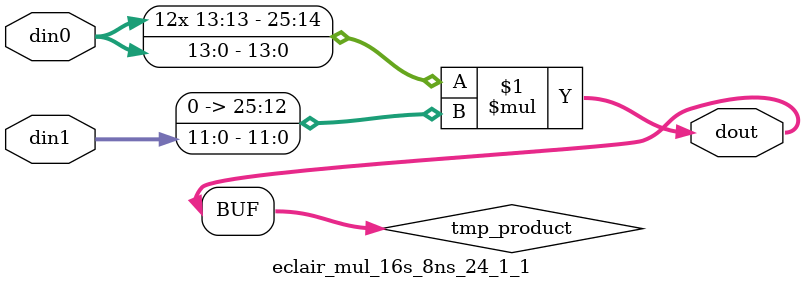
<source format=v>

`timescale 1 ns / 1 ps

 module eclair_mul_16s_8ns_24_1_1(din0, din1, dout);
parameter ID = 1;
parameter NUM_STAGE = 0;
parameter din0_WIDTH = 14;
parameter din1_WIDTH = 12;
parameter dout_WIDTH = 26;

input [din0_WIDTH - 1 : 0] din0; 
input [din1_WIDTH - 1 : 0] din1; 
output [dout_WIDTH - 1 : 0] dout;

wire signed [dout_WIDTH - 1 : 0] tmp_product;


























assign tmp_product = $signed(din0) * $signed({1'b0, din1});









assign dout = tmp_product;





















endmodule

</source>
